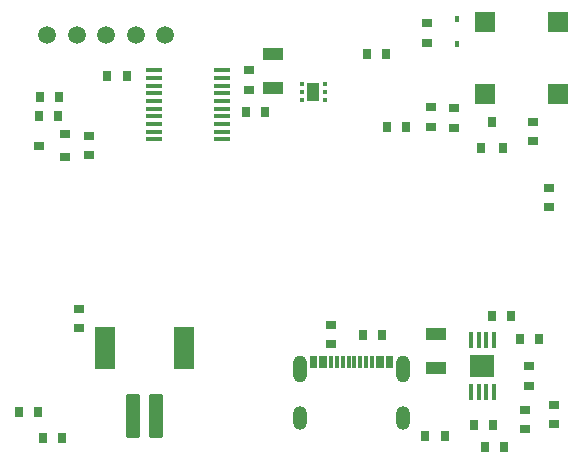
<source format=gbs>
%TF.GenerationSoftware,KiCad,Pcbnew,8.0.6*%
%TF.CreationDate,2024-12-09T18:11:45+01:00*%
%TF.ProjectId,Xmas,586d6173-2e6b-4696-9361-645f70636258,rev?*%
%TF.SameCoordinates,Original*%
%TF.FileFunction,Soldermask,Bot*%
%TF.FilePolarity,Negative*%
%FSLAX46Y46*%
G04 Gerber Fmt 4.6, Leading zero omitted, Abs format (unit mm)*
G04 Created by KiCad (PCBNEW 8.0.6) date 2024-12-09 18:11:45*
%MOMM*%
%LPD*%
G01*
G04 APERTURE LIST*
G04 Aperture macros list*
%AMRoundRect*
0 Rectangle with rounded corners*
0 $1 Rounding radius*
0 $2 $3 $4 $5 $6 $7 $8 $9 X,Y pos of 4 corners*
0 Add a 4 corners polygon primitive as box body*
4,1,4,$2,$3,$4,$5,$6,$7,$8,$9,$2,$3,0*
0 Add four circle primitives for the rounded corners*
1,1,$1+$1,$2,$3*
1,1,$1+$1,$4,$5*
1,1,$1+$1,$6,$7*
1,1,$1+$1,$8,$9*
0 Add four rect primitives between the rounded corners*
20,1,$1+$1,$2,$3,$4,$5,0*
20,1,$1+$1,$4,$5,$6,$7,0*
20,1,$1+$1,$6,$7,$8,$9,0*
20,1,$1+$1,$8,$9,$2,$3,0*%
G04 Aperture macros list end*
%ADD10R,0.950000X0.800000*%
%ADD11R,1.350000X0.400000*%
%ADD12R,0.800000X0.950000*%
%ADD13R,0.450000X0.300000*%
%ADD14R,1.000000X1.600000*%
%ADD15R,1.750000X1.125000*%
%ADD16R,0.450000X0.590000*%
%ADD17R,0.800000X0.900000*%
%ADD18C,0.100000*%
%ADD19R,0.300000X1.140000*%
%ADD20O,1.200000X2.000000*%
%ADD21O,1.200000X2.300000*%
%ADD22C,1.500000*%
%ADD23RoundRect,0.102000X0.500000X1.750000X-0.500000X1.750000X-0.500000X-1.750000X0.500000X-1.750000X0*%
%ADD24RoundRect,0.102000X0.750000X1.700000X-0.750000X1.700000X-0.750000X-1.700000X0.750000X-1.700000X0*%
%ADD25R,0.450000X1.400000*%
%ADD26R,2.000000X1.880000*%
%ADD27R,0.900000X0.800000*%
%ADD28R,1.800000X1.800000*%
G04 APERTURE END LIST*
D10*
%TO.C,R4*%
X145200000Y-111225000D03*
X145200000Y-109575000D03*
%TD*%
D11*
%TO.C,IC1*%
X119575000Y-80825000D03*
X119575000Y-81475000D03*
X119575000Y-82125000D03*
X119575000Y-82775000D03*
X119575000Y-83425000D03*
X119575000Y-84075000D03*
X119575000Y-84725000D03*
X119575000Y-85375000D03*
X119575000Y-86025000D03*
X119575000Y-86675000D03*
X113825000Y-86675000D03*
X113825000Y-86025000D03*
X113825000Y-85375000D03*
X113825000Y-84725000D03*
X113825000Y-84075000D03*
X113825000Y-83425000D03*
X113825000Y-82775000D03*
X113825000Y-82125000D03*
X113825000Y-81475000D03*
X113825000Y-80825000D03*
%TD*%
D12*
%TO.C,C2*%
X142500000Y-110825000D03*
X140850000Y-110825000D03*
%TD*%
D10*
%TO.C,C5*%
X107450000Y-102685000D03*
X107450000Y-101035000D03*
%TD*%
%TO.C,R11*%
X108250000Y-86375000D03*
X108250000Y-88025000D03*
%TD*%
D12*
%TO.C,C10*%
X106025000Y-111950000D03*
X104375000Y-111950000D03*
%TD*%
D10*
%TO.C,R2*%
X128750000Y-104025000D03*
X128750000Y-102375000D03*
%TD*%
D12*
%TO.C,R10*%
X102325000Y-109750000D03*
X103975000Y-109750000D03*
%TD*%
%TO.C,R7*%
X123205000Y-84370000D03*
X121555000Y-84370000D03*
%TD*%
%TO.C,R8*%
X109825000Y-81300000D03*
X111475000Y-81300000D03*
%TD*%
D13*
%TO.C,U1*%
X126300000Y-83300000D03*
X126300000Y-82650000D03*
X126300000Y-82000000D03*
X128250000Y-82000000D03*
X128250000Y-82650000D03*
X128250000Y-83300000D03*
D14*
X127275000Y-82650000D03*
%TD*%
D15*
%TO.C,C8*%
X123900000Y-79437500D03*
X123900000Y-82362500D03*
%TD*%
D10*
%TO.C,C4*%
X147200000Y-92425000D03*
X147200000Y-90775000D03*
%TD*%
D12*
%TO.C,R3*%
X142375000Y-101600000D03*
X144025000Y-101600000D03*
%TD*%
D10*
%TO.C,C7*%
X121850000Y-80825000D03*
X121850000Y-82475000D03*
%TD*%
D16*
%TO.C,D1*%
X139450000Y-78595000D03*
X139450000Y-76485000D03*
%TD*%
D17*
%TO.C,Q2*%
X143350000Y-87375000D03*
X142400000Y-85175000D03*
X141450000Y-87375000D03*
%TD*%
D12*
%TO.C,LED13*%
X144737000Y-103600000D03*
X146387000Y-103600000D03*
%TD*%
D18*
%TO.C,CONN2*%
X133400000Y-106600000D03*
X127620000Y-106600000D03*
D19*
X133860000Y-105530000D03*
X133060000Y-105530000D03*
X131760000Y-105530000D03*
X130760000Y-105530000D03*
X130260000Y-105530000D03*
X129260000Y-105530000D03*
X127960000Y-105530000D03*
X127160000Y-105530000D03*
X127460000Y-105530000D03*
X128260000Y-105530000D03*
X128760000Y-105530000D03*
X129760000Y-105530000D03*
X131260000Y-105530000D03*
X132260000Y-105530000D03*
X132760000Y-105530000D03*
X133560000Y-105530000D03*
D20*
X134835000Y-110300000D03*
D21*
X134835000Y-106120000D03*
D20*
X126185000Y-110300000D03*
D21*
X126185000Y-106120000D03*
%TD*%
D12*
%TO.C,R6*%
X104025000Y-84700000D03*
X105675000Y-84700000D03*
%TD*%
D10*
%TO.C,R9*%
X147650000Y-110800000D03*
X147650000Y-109150000D03*
%TD*%
D22*
%TO.C,TP2*%
X107250000Y-77800000D03*
%TD*%
D12*
%TO.C,C6*%
X136775000Y-111800000D03*
X138425000Y-111800000D03*
%TD*%
D23*
%TO.C,CONN1*%
X112000000Y-110100000D03*
X114000000Y-110100000D03*
D24*
X116350000Y-104350000D03*
X109650000Y-104350000D03*
%TD*%
D25*
%TO.C,IC2*%
X142575000Y-108075000D03*
X141925000Y-108075000D03*
X141275000Y-108075000D03*
X140625000Y-108075000D03*
X140625000Y-103675000D03*
X141275000Y-103675000D03*
X141925000Y-103675000D03*
X142575000Y-103675000D03*
D26*
X141600000Y-105875000D03*
%TD*%
D10*
%TO.C,R5*%
X145525000Y-105875000D03*
X145525000Y-107525000D03*
%TD*%
D22*
%TO.C,TP5*%
X114750000Y-77800000D03*
%TD*%
D12*
%TO.C,C9*%
X141775000Y-112750000D03*
X143425000Y-112750000D03*
%TD*%
D22*
%TO.C,TP3*%
X109750000Y-77800000D03*
%TD*%
D10*
%TO.C,C13*%
X136930000Y-78485000D03*
X136930000Y-76835000D03*
%TD*%
%TO.C,C11*%
X137225000Y-83950000D03*
X137225000Y-85600000D03*
%TD*%
D12*
%TO.C,R12*%
X133475000Y-85600000D03*
X135125000Y-85600000D03*
%TD*%
D15*
%TO.C,C3*%
X137700000Y-106062500D03*
X137700000Y-103137500D03*
%TD*%
D22*
%TO.C,TP1*%
X104750000Y-77800000D03*
%TD*%
D27*
%TO.C,Q1*%
X106250000Y-86250000D03*
X104050000Y-87200000D03*
X106250000Y-88150000D03*
%TD*%
D22*
%TO.C,TP4*%
X112250000Y-77800000D03*
%TD*%
D28*
%TO.C,SPK1*%
X147975000Y-76725000D03*
X147975000Y-82875000D03*
X141825000Y-82875000D03*
X141825000Y-76725000D03*
%TD*%
D12*
%TO.C,R14*%
X133450000Y-79450000D03*
X131800000Y-79450000D03*
%TD*%
D10*
%TO.C,R13*%
X139230000Y-84055000D03*
X139230000Y-85705000D03*
%TD*%
D12*
%TO.C,R1*%
X131475000Y-103250000D03*
X133125000Y-103250000D03*
%TD*%
%TO.C,C1*%
X104125000Y-83050000D03*
X105775000Y-83050000D03*
%TD*%
D10*
%TO.C,C12*%
X145875000Y-86850000D03*
X145875000Y-85200000D03*
%TD*%
M02*

</source>
